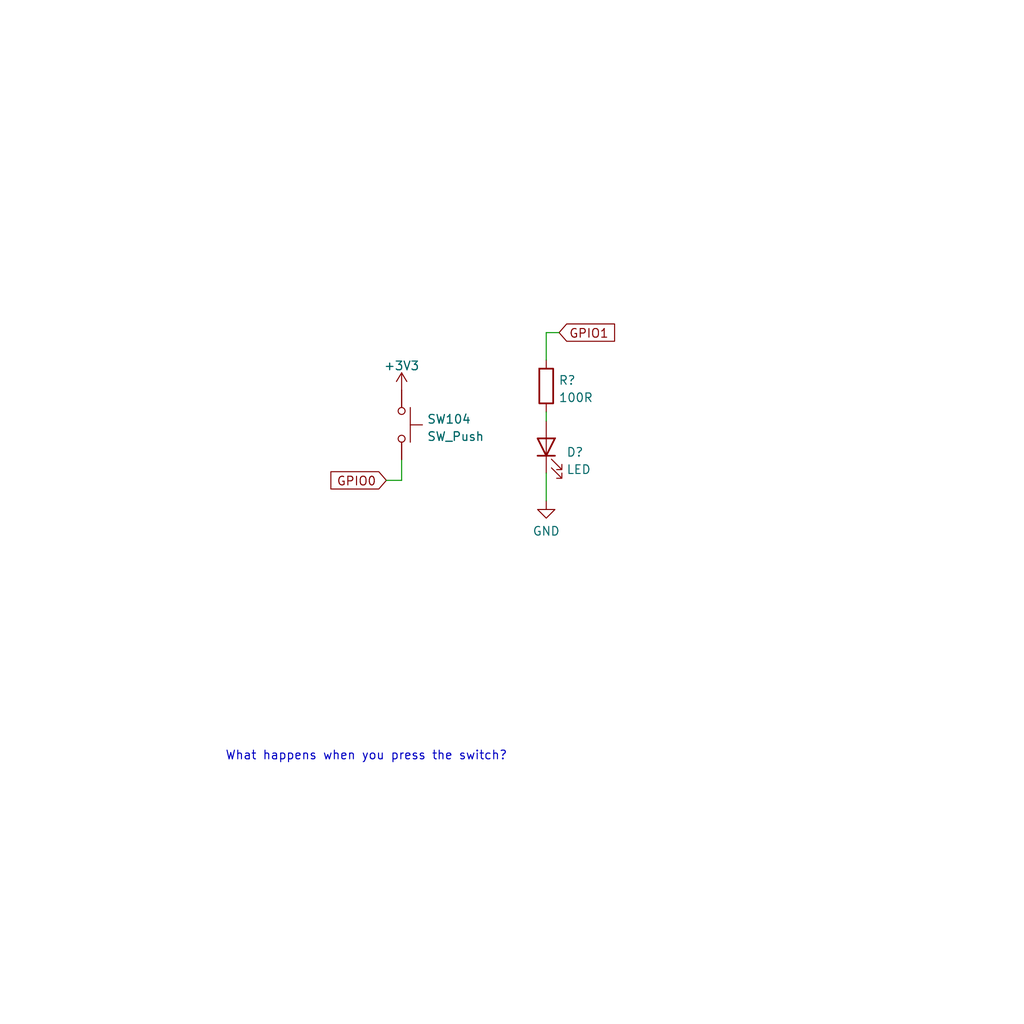
<source format=kicad_sch>
(kicad_sch (version 20211123) (generator eeschema)
  (paper "User" 150.012 150.012)
  (lib_symbols
    (symbol "Device:LED" (pin_numbers hide) (pin_names (offset 1.016) hide)
      (property "Reference" "D" (at 0 2.54 0))
      (property "Value" "LED" (at 0 -2.54 0))
      (symbol "LED_0_1"
        (polyline (pts (xy -1.27 -1.27) (xy -1.27 1.27)) (stroke (width 0.254)))
        (polyline (pts (xy -1.27 0) (xy 1.27 0)))
        (polyline (pts (xy 1.27 -1.27) (xy 1.27 1.27) (xy -1.27 0) (xy 1.27 -1.27)) (stroke (width 0.254)))
        (polyline (pts (xy -3.048 -0.762) (xy -4.572 -2.286) (xy -3.81 -2.286) (xy -4.572 -2.286) (xy -4.572 -1.524)))
        (polyline (pts (xy -1.778 -0.762) (xy -3.302 -2.286) (xy -2.54 -2.286) (xy -3.302 -2.286) (xy -3.302 -1.524)))
      )
      (symbol "LED_1_1"
        (pin passive line (at -3.81 0 0) (length 2.54) (name "K") (number "1"))
        (pin passive line (at 3.81 0 180) (length 2.54) (name "A") (number "2"))
      )
    )
    (symbol "Device:R" (pin_numbers hide) (pin_names (offset 0))
      (property "Reference" "R" (at 2.032 0 90))
      (property "Value" "R" (at 0 0 90))
      (symbol "R_0_1"
        (rectangle (start -1.016 -2.54) (end 1.016 2.54) (stroke (width 0.254)))
      )
      (symbol "R_1_1"
        (pin passive line (at 0 3.81 270) (length 1.27) (name "~") (number "1"))
        (pin passive line (at 0 -3.81 90) (length 1.27) (name "~") (number "2"))
      )
    )
    (symbol "Switch:SW_Push" (pin_numbers hide) (pin_names (offset 1.016) hide)
      (property "Reference" "SW" (at 1.27 2.54 0))
      (property "Value" "SW_Push" (at 0 -1.524 0))
      (symbol "SW_Push_0_1"
        (circle (center -2.032 0) (radius 0.508))
        (polyline (pts (xy 0 1.27) (xy 0 3.048)))
        (polyline (pts (xy 2.54 1.27) (xy -2.54 1.27)))
        (circle (center 2.032 0) (radius 0.508))
        (pin passive line (at -5.08 0 0) (length 2.54) (name "1") (number "1"))
        (pin passive line (at 5.08 0 180) (length 2.54) (name "2") (number "2"))
      )
    )
    (symbol "power:+3V3" (power) (pin_names (offset 0))
      (property "Value" "+3V3" (at 0 3.556 0))
      (symbol "+3V3_0_1"
        (polyline (pts (xy -0.762 1.27) (xy 0 2.54)))
        (polyline (pts (xy 0 0) (xy 0 2.54)))
        (polyline (pts (xy 0 2.54) (xy 0.762 1.27)))
      )
      (symbol "+3V3_1_1"
        (pin power_in line (at 0 0 90) (length 0) hide (name "+3V3") (number "1"))
      )
    )
    (symbol "power:GND" (power) (pin_names (offset 0))
      (property "Value" "GND" (at 0 -3.81 0))
      (symbol "GND_0_1"
        (polyline (pts (xy 0 0) (xy 0 -1.27) (xy 1.27 -1.27) (xy 0 -2.54) (xy -1.27 -1.27) (xy 0 -1.27)))
      )
      (symbol "GND_1_1"
        (pin power_in line (at 0 0 270) (length 0) hide (name "GND") (number "1"))
      )
    )
  )
  (wire (pts (xy 56.5912 70.358) (xy 58.8264 70.358)))
  (wire (pts (xy 58.8264 70.358) (xy 58.8264 67.31)))
  (wire (pts (xy 80.01 69.2912) (xy 80.01 73.3552)))
  (wire (pts (xy 80.01 60.3504) (xy 80.01 61.6712)))
  (wire (pts (xy 80.01 48.7172) (xy 81.8896 48.7172)))
  (wire (pts (xy 80.01 48.7172) (xy 80.01 52.7304)))
  (text "What happens when you press the switch?" (at 32.9692 111.5568 0) (effects (font (size 1.27 1.27)) (justify left bottom)))
  (global_label "GPIO0" (shape input) (at 56.5912 70.358 180) (property "Intersheet References" "${INTERSHEET_REFS}" (effects hide)))
  (global_label "GPIO1" (shape input) (at 81.8896 48.7172 0) (property "Intersheet References" "${INTERSHEET_REFS}" (effects hide)))
  (symbol (lib_id "Device:R") (at 80.01 56.5404 0) (unit 1)
    (property "Reference" "R?" (at 81.788 55.7057 0) (effects (justify left)))
    (property "Value" "100R" (at 81.788 58.2426 0) (effects (justify left)))
  )
  (symbol (lib_id "Device:LED") (at 80.01 65.4812 90) (unit 1)
    (property "Reference" "D?" (at 82.931 66.234 90) (effects (justify right)))
    (property "Value" "LED" (at 82.931 68.7709 90) (effects (justify right)))
  )
  (symbol (lib_id "power:GND") (at 80.01 73.3552 0) (unit 1)
    (property "Reference" "#PWR?" (effects hide))
    (property "Value" "GND" (at 80.01 77.7986 0))
  )
  (symbol (lib_id "power:+3V3") (at 58.8264 57.15 0) (unit 1)
    (property "Reference" "#PWR?" (effects hide))
    (property "Value" "+3V3" (at 58.8264 53.5742 0))
  )
  (symbol (lib_id "Switch:SW_Push") (at 58.8264 62.23 270) (unit 1)
    (property "Reference" "SW104" (at 62.5094 61.3953 90) (effects (justify left)))
    (property "Value" "SW_Push" (at 62.5094 63.9322 90) (effects (justify left)))
  )
)
</source>
